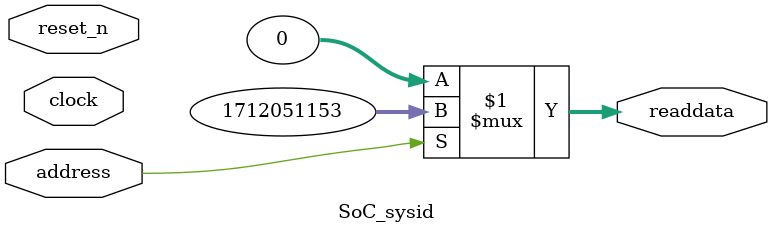
<source format=v>

`timescale 1ns / 1ps
// synthesis translate_on

// turn off superfluous verilog processor warnings 
// altera message_level Level1 
// altera message_off 10034 10035 10036 10037 10230 10240 10030 

module SoC_sysid (
               // inputs:
                address,
                clock,
                reset_n,

               // outputs:
                readdata
             )
;

  output  [ 31: 0] readdata;
  input            address;
  input            clock;
  input            reset_n;

  wire    [ 31: 0] readdata;
  //control_slave, which is an e_avalon_slave
  assign readdata = address ? 1712051153 : 0;

endmodule




</source>
